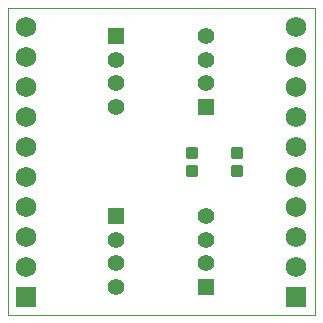
<source format=gts>
G75*
%MOIN*%
%OFA0B0*%
%FSLAX25Y25*%
%IPPOS*%
%LPD*%
%AMOC8*
5,1,8,0,0,1.08239X$1,22.5*
%
%ADD10C,0.00000*%
%ADD11R,0.05550X0.05550*%
%ADD12C,0.05550*%
%ADD13R,0.06900X0.06900*%
%ADD14C,0.06900*%
%ADD15C,0.00975*%
D10*
X0001000Y0001000D02*
X0103500Y0001039D01*
X0103500Y0103500D01*
X0001000Y0103500D01*
X0001000Y0001000D01*
D11*
X0037250Y0034061D03*
X0067250Y0010439D03*
X0067250Y0070439D03*
X0037250Y0094061D03*
D12*
X0037250Y0086187D03*
X0037250Y0078313D03*
X0037250Y0070439D03*
X0067250Y0078313D03*
X0067250Y0086187D03*
X0067250Y0094061D03*
X0067250Y0034061D03*
X0067250Y0026187D03*
X0067250Y0018313D03*
X0037250Y0018313D03*
X0037250Y0026187D03*
X0037250Y0010439D03*
D13*
X0007250Y0007250D03*
X0097250Y0007250D03*
D14*
X0097250Y0017250D03*
X0097250Y0027250D03*
X0097250Y0037250D03*
X0097250Y0047250D03*
X0097250Y0057250D03*
X0097250Y0067250D03*
X0097250Y0077250D03*
X0097250Y0087250D03*
X0097250Y0097250D03*
X0007250Y0097250D03*
X0007250Y0087250D03*
X0007250Y0077250D03*
X0007250Y0067250D03*
X0007250Y0057250D03*
X0007250Y0047250D03*
X0007250Y0037250D03*
X0007250Y0027250D03*
X0007250Y0017250D03*
D15*
X0063713Y0047787D02*
X0063713Y0050713D01*
X0063713Y0047787D02*
X0060787Y0047787D01*
X0060787Y0050713D01*
X0063713Y0050713D01*
X0063713Y0048761D02*
X0060787Y0048761D01*
X0060787Y0049735D02*
X0063713Y0049735D01*
X0063713Y0050709D02*
X0060787Y0050709D01*
X0063713Y0053787D02*
X0063713Y0056713D01*
X0063713Y0053787D02*
X0060787Y0053787D01*
X0060787Y0056713D01*
X0063713Y0056713D01*
X0063713Y0054761D02*
X0060787Y0054761D01*
X0060787Y0055735D02*
X0063713Y0055735D01*
X0063713Y0056709D02*
X0060787Y0056709D01*
X0075787Y0056713D02*
X0075787Y0053787D01*
X0075787Y0056713D02*
X0078713Y0056713D01*
X0078713Y0053787D01*
X0075787Y0053787D01*
X0075787Y0054761D02*
X0078713Y0054761D01*
X0078713Y0055735D02*
X0075787Y0055735D01*
X0075787Y0056709D02*
X0078713Y0056709D01*
X0075787Y0050713D02*
X0075787Y0047787D01*
X0075787Y0050713D02*
X0078713Y0050713D01*
X0078713Y0047787D01*
X0075787Y0047787D01*
X0075787Y0048761D02*
X0078713Y0048761D01*
X0078713Y0049735D02*
X0075787Y0049735D01*
X0075787Y0050709D02*
X0078713Y0050709D01*
M02*

</source>
